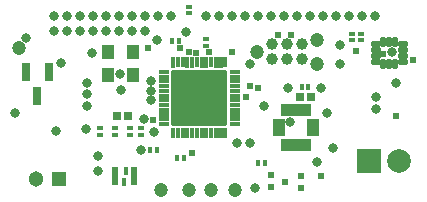
<source format=gts>
G04*
G04 #@! TF.GenerationSoftware,Altium Limited,Altium Designer,19.1.5 (86)*
G04*
G04 Layer_Color=8388736*
%FSLAX25Y25*%
%MOIN*%
G70*
G01*
G75*
%ADD26R,0.01968X0.01968*%
%ADD33R,0.01784X0.02178*%
%ADD34R,0.02769X0.02769*%
%ADD35R,0.02178X0.01784*%
G04:AMPARAMS|DCode=36|XSize=32.02mil|YSize=21.78mil|CornerRadius=7.45mil|HoleSize=0mil|Usage=FLASHONLY|Rotation=180.000|XOffset=0mil|YOffset=0mil|HoleType=Round|Shape=RoundedRectangle|*
%AMROUNDEDRECTD36*
21,1,0.03202,0.00689,0,0,180.0*
21,1,0.01713,0.02178,0,0,180.0*
1,1,0.01489,-0.00856,0.00345*
1,1,0.01489,0.00856,0.00345*
1,1,0.01489,0.00856,-0.00345*
1,1,0.01489,-0.00856,-0.00345*
%
%ADD36ROUNDEDRECTD36*%
G04:AMPARAMS|DCode=37|XSize=32.02mil|YSize=21.78mil|CornerRadius=7.45mil|HoleSize=0mil|Usage=FLASHONLY|Rotation=270.000|XOffset=0mil|YOffset=0mil|HoleType=Round|Shape=RoundedRectangle|*
%AMROUNDEDRECTD37*
21,1,0.03202,0.00689,0,0,270.0*
21,1,0.01713,0.02178,0,0,270.0*
1,1,0.01489,-0.00345,-0.00856*
1,1,0.01489,-0.00345,0.00856*
1,1,0.01489,0.00345,0.00856*
1,1,0.01489,0.00345,-0.00856*
%
%ADD37ROUNDEDRECTD37*%
%ADD38R,0.01863X0.04068*%
%ADD39R,0.04068X0.01863*%
%ADD40C,0.04737*%
%ADD41R,0.03000X0.06000*%
%ADD42C,0.03898*%
%ADD43R,0.02375X0.06312*%
%ADD44R,0.01587X0.02769*%
%ADD45R,0.04343X0.04737*%
G04:AMPARAMS|DCode=46|XSize=189.1mil|YSize=189.1mil|CornerRadius=13.06mil|HoleSize=0mil|Usage=FLASHONLY|Rotation=90.000|XOffset=0mil|YOffset=0mil|HoleType=Round|Shape=RoundedRectangle|*
%AMROUNDEDRECTD46*
21,1,0.18910,0.16299,0,0,90.0*
21,1,0.16299,0.18910,0,0,90.0*
1,1,0.02611,0.08150,0.08150*
1,1,0.02611,0.08150,-0.08150*
1,1,0.02611,-0.08150,-0.08150*
1,1,0.02611,-0.08150,0.08150*
%
%ADD46ROUNDEDRECTD46*%
%ADD47R,0.05131X0.05131*%
%ADD48C,0.05131*%
%ADD49C,0.04702*%
%ADD50C,0.07887*%
%ADD51R,0.07887X0.07887*%
%ADD52C,0.03202*%
%ADD53C,0.02375*%
G36*
X57764Y24902D02*
Y21536D01*
X56398D01*
Y24902D01*
X57764D01*
D02*
G37*
G36*
X60917D02*
Y21531D01*
X59547D01*
Y24902D01*
X60917D01*
D02*
G37*
G36*
X59344D02*
Y21542D01*
X57972D01*
Y24902D01*
X59344D01*
D02*
G37*
G36*
X64072D02*
Y21532D01*
X62697D01*
Y24902D01*
X64072D01*
D02*
G37*
G36*
X62495D02*
Y21535D01*
X61122D01*
Y24902D01*
X62495D01*
D02*
G37*
G36*
X65649D02*
Y21534D01*
X64272D01*
Y24902D01*
X65649D01*
D02*
G37*
G36*
X55610Y27061D02*
Y25689D01*
X52258D01*
Y27061D01*
X55610D01*
D02*
G37*
G36*
X55610Y28637D02*
Y27264D01*
X52260D01*
Y28637D01*
X55610D01*
D02*
G37*
G36*
X55609Y30211D02*
Y28840D01*
X52259D01*
Y30211D01*
X55609D01*
D02*
G37*
G36*
X55607Y33358D02*
Y31992D01*
X52256D01*
Y33358D01*
X55607D01*
D02*
G37*
G36*
X55610Y31791D02*
Y30413D01*
X52263D01*
Y31791D01*
X55610D01*
D02*
G37*
G36*
X55606Y34934D02*
Y33568D01*
X52257D01*
Y34934D01*
X55606D01*
D02*
G37*
G36*
X55599Y38081D02*
Y36723D01*
X52254D01*
Y38081D01*
X55599D01*
D02*
G37*
G36*
X55605Y36509D02*
Y35143D01*
X52257D01*
Y36509D01*
X55605D01*
D02*
G37*
G36*
X55609Y39665D02*
Y38288D01*
X52263D01*
Y39665D01*
X55609D01*
D02*
G37*
G36*
X55599Y42811D02*
Y41448D01*
X52260D01*
Y42811D01*
X55599D01*
D02*
G37*
G36*
X55605Y41238D02*
Y39867D01*
X52261D01*
Y41238D01*
X55605D01*
D02*
G37*
G36*
X55601Y44388D02*
Y43022D01*
X52262D01*
Y44388D01*
X55601D01*
D02*
G37*
G36*
X57772Y48524D02*
Y45181D01*
X56398D01*
Y48524D01*
X57772D01*
D02*
G37*
G36*
X59343D02*
Y45189D01*
X57972D01*
Y48524D01*
X59343D01*
D02*
G37*
G36*
X60918D02*
Y45193D01*
X59547D01*
Y48524D01*
X60918D01*
D02*
G37*
G36*
X62499D02*
Y45179D01*
X61122D01*
Y48524D01*
X62499D01*
D02*
G37*
G36*
X64073D02*
Y45186D01*
X62697D01*
Y48524D01*
X64073D01*
D02*
G37*
G36*
X65649D02*
Y45188D01*
X64272D01*
Y48524D01*
X65649D01*
D02*
G37*
G36*
X68801Y24902D02*
Y21545D01*
X67421D01*
Y24902D01*
X68801D01*
D02*
G37*
G36*
X67225D02*
Y21554D01*
X65847D01*
Y24902D01*
X67225D01*
D02*
G37*
G36*
X70378D02*
Y21545D01*
X68996D01*
Y24902D01*
X70378D01*
D02*
G37*
G36*
X71955D02*
Y21542D01*
X70571D01*
Y24902D01*
X71955D01*
D02*
G37*
G36*
X73528D02*
Y21548D01*
X72146D01*
Y24902D01*
X73528D01*
D02*
G37*
G36*
X75112D02*
Y21535D01*
X73721D01*
Y24902D01*
X75112D01*
D02*
G37*
G36*
X79237Y28642D02*
Y27259D01*
X75887D01*
Y28642D01*
X79237D01*
D02*
G37*
G36*
X79254Y27069D02*
Y25668D01*
X75888D01*
Y27069D01*
X79254D01*
D02*
G37*
G36*
X79245Y30220D02*
Y28826D01*
X75889D01*
Y30220D01*
X79245D01*
D02*
G37*
G36*
X79235Y31792D02*
Y30411D01*
X75887D01*
Y31792D01*
X79235D01*
D02*
G37*
G36*
X79235Y33368D02*
Y31985D01*
X75887D01*
Y33368D01*
X79235D01*
D02*
G37*
G36*
X79242Y34947D02*
Y33554D01*
X75892D01*
Y34947D01*
X79242D01*
D02*
G37*
G36*
X67225Y48524D02*
Y45181D01*
X65847D01*
Y48524D01*
X67225D01*
D02*
G37*
G36*
X68801D02*
Y45182D01*
X67421D01*
Y48524D01*
X68801D01*
D02*
G37*
G36*
X70383D02*
Y45196D01*
X68996D01*
Y48524D01*
X70383D01*
D02*
G37*
G36*
X71952D02*
Y45182D01*
X70571D01*
Y48524D01*
X71952D01*
D02*
G37*
G36*
X73528D02*
Y45183D01*
X72146D01*
Y48524D01*
X73528D01*
D02*
G37*
G36*
X75110D02*
Y45190D01*
X73721D01*
Y48524D01*
X75110D01*
D02*
G37*
G36*
X79233Y36516D02*
Y35138D01*
X75886D01*
Y36516D01*
X79233D01*
D02*
G37*
G36*
X79242Y38101D02*
Y36703D01*
X75897D01*
Y38101D01*
X79242D01*
D02*
G37*
G36*
X79242Y39680D02*
Y38277D01*
X75900D01*
Y39680D01*
X79242D01*
D02*
G37*
G36*
X79236Y41247D02*
Y39858D01*
X75893D01*
Y41247D01*
X79236D01*
D02*
G37*
G36*
X79236Y42824D02*
Y41433D01*
X75895D01*
Y42824D01*
X79236D01*
D02*
G37*
G36*
X79238Y44409D02*
Y43007D01*
X75905D01*
Y44409D01*
X79238D01*
D02*
G37*
D26*
X99544Y9050D02*
D03*
Y5113D02*
D03*
X89707Y5299D02*
D03*
Y9236D02*
D03*
D33*
X100000Y38583D02*
D03*
X102165D02*
D03*
X60630Y14961D02*
D03*
X58465D02*
D03*
X87598Y13386D02*
D03*
X85433D02*
D03*
X51575Y17717D02*
D03*
X49409D02*
D03*
X56693Y53937D02*
D03*
X58858D02*
D03*
D34*
X103150Y35433D02*
D03*
X99213D02*
D03*
X42126Y29134D02*
D03*
X38189D02*
D03*
D35*
X116535Y56496D02*
D03*
Y54331D02*
D03*
X119685D02*
D03*
Y56496D02*
D03*
X68110Y52362D02*
D03*
Y54527D02*
D03*
X62205Y65354D02*
D03*
Y63189D02*
D03*
X32677Y25000D02*
D03*
Y22835D02*
D03*
X37795Y25000D02*
D03*
Y22835D02*
D03*
X42520Y25000D02*
D03*
Y22835D02*
D03*
X46457Y25000D02*
D03*
Y22835D02*
D03*
D36*
X133701Y47047D02*
D03*
Y49016D02*
D03*
Y50984D02*
D03*
Y52953D02*
D03*
X124567D02*
D03*
Y50984D02*
D03*
Y49016D02*
D03*
Y47047D02*
D03*
D37*
X131102Y53583D02*
D03*
X129134D02*
D03*
X127165D02*
D03*
Y46417D02*
D03*
X129134D02*
D03*
X131102D02*
D03*
D38*
X101969Y19410D02*
D03*
X100000D02*
D03*
X98032D02*
D03*
X96063D02*
D03*
X94095D02*
D03*
X101969Y30984D02*
D03*
X100000D02*
D03*
X98032D02*
D03*
X96063D02*
D03*
X94095D02*
D03*
D39*
X103819Y23228D02*
D03*
Y25197D02*
D03*
Y27165D02*
D03*
X92244Y23228D02*
D03*
Y25197D02*
D03*
Y27165D02*
D03*
D40*
X5512Y51575D02*
D03*
X53150Y4331D02*
D03*
X77559D02*
D03*
X69685D02*
D03*
X62205D02*
D03*
D41*
X15524Y43602D02*
D03*
X7924D02*
D03*
X11724Y35602D02*
D03*
D42*
X100075Y52858D02*
D03*
Y47858D02*
D03*
X95075Y52858D02*
D03*
Y47858D02*
D03*
X90075Y52858D02*
D03*
Y47858D02*
D03*
D43*
X37795Y8858D02*
D03*
X44094D02*
D03*
D44*
X41339Y10630D02*
D03*
X40551Y7087D02*
D03*
D45*
X35248Y50252D02*
D03*
X43516D02*
D03*
Y42772D02*
D03*
X35248D02*
D03*
D46*
X65748Y35039D02*
D03*
D47*
X19146Y7894D02*
D03*
D48*
X11272D02*
D03*
D49*
X105075Y46358D02*
D03*
Y54358D02*
D03*
X85075Y50358D02*
D03*
D50*
X132283Y14173D02*
D03*
D51*
X122283D02*
D03*
D52*
X51575Y54331D02*
D03*
X38976Y57480D02*
D03*
X47638Y57480D02*
D03*
X43307Y57480D02*
D03*
X34646Y57480D02*
D03*
X21654Y57480D02*
D03*
X30315Y57480D02*
D03*
X25984Y57480D02*
D03*
X17323Y57480D02*
D03*
X130051Y50275D02*
D03*
X96063Y27165D02*
D03*
X108268Y29921D02*
D03*
X110236Y18504D02*
D03*
X105118Y13780D02*
D03*
X131496Y40157D02*
D03*
X112598Y46457D02*
D03*
Y52756D02*
D03*
X82677Y46457D02*
D03*
X95276Y38189D02*
D03*
X106299D02*
D03*
X87402Y32283D02*
D03*
X124803Y31496D02*
D03*
Y35433D02*
D03*
X84252Y5118D02*
D03*
X82677Y20079D02*
D03*
X78347D02*
D03*
X61417Y57087D02*
D03*
X63386Y32677D02*
D03*
X46457Y17717D02*
D03*
X50787Y23622D02*
D03*
X31890Y10630D02*
D03*
Y15748D02*
D03*
X47244Y27953D02*
D03*
X49606Y34252D02*
D03*
Y37402D02*
D03*
X4331Y29921D02*
D03*
X27953Y24803D02*
D03*
X39764Y37795D02*
D03*
X19685Y46850D02*
D03*
X49606Y40551D02*
D03*
X39370Y42913D02*
D03*
X29921Y50000D02*
D03*
X18110Y24016D02*
D03*
X62205Y4331D02*
D03*
X53150D02*
D03*
X7874Y55118D02*
D03*
X17323Y62205D02*
D03*
X28346Y40157D02*
D03*
Y36220D02*
D03*
Y32283D02*
D03*
X25984Y62205D02*
D03*
X43307D02*
D03*
X124409Y62205D02*
D03*
X85433Y62205D02*
D03*
X89764D02*
D03*
X98425Y62205D02*
D03*
X94095D02*
D03*
X76772D02*
D03*
X81102D02*
D03*
X72441Y62205D02*
D03*
X68110D02*
D03*
X102756D02*
D03*
X107087D02*
D03*
X115748Y62205D02*
D03*
X111417D02*
D03*
X120079Y62205D02*
D03*
X56299Y62205D02*
D03*
X47638Y62205D02*
D03*
X51968D02*
D03*
X38976Y62205D02*
D03*
X30315Y62205D02*
D03*
X34646D02*
D03*
X21654Y62205D02*
D03*
X68110Y41732D02*
D03*
Y28346D02*
D03*
Y37008D02*
D03*
Y32677D02*
D03*
X63386Y41732D02*
D03*
Y28346D02*
D03*
Y37008D02*
D03*
X72441Y41732D02*
D03*
Y28346D02*
D03*
Y37008D02*
D03*
Y32677D02*
D03*
X59055D02*
D03*
Y37008D02*
D03*
Y28346D02*
D03*
Y41732D02*
D03*
D53*
X59449Y51575D02*
D03*
X82677Y38976D02*
D03*
X81496Y35433D02*
D03*
X68898Y50394D02*
D03*
X62254Y50443D02*
D03*
X50394Y27559D02*
D03*
X131496Y29134D02*
D03*
X137008Y47638D02*
D03*
X127165Y49606D02*
D03*
X85433Y38189D02*
D03*
X96457Y55905D02*
D03*
X118110Y50787D02*
D03*
X76772Y50394D02*
D03*
X92126Y55905D02*
D03*
X106299Y9055D02*
D03*
X94488Y7087D02*
D03*
X63386Y16535D02*
D03*
X64567Y50000D02*
D03*
X48819Y51575D02*
D03*
M02*

</source>
